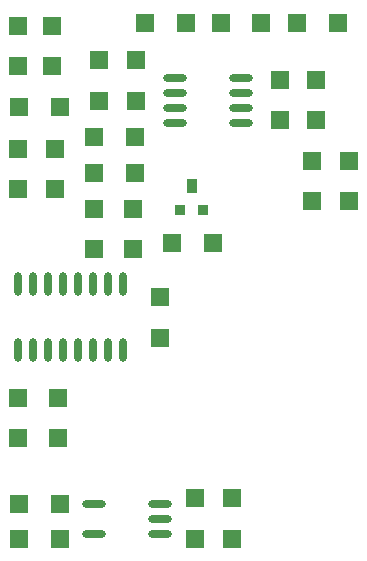
<source format=gbr>
%FSTAX23Y23*%
%MOIN*%
%SFA1B1*%

%IPPOS*%
%ADD10R,0.036000X0.050000*%
%ADD11R,0.036000X0.036000*%
%ADD12O,0.080000X0.024000*%
%ADD13O,0.024000X0.080000*%
%ADD14R,0.060000X0.060000*%
%ADD15R,0.060000X0.060000*%
%LN+-10v_stepdir_colorlight_paste_top-1*%
%LPD*%
G54D10*
X01035Y01594D03*
G54D11*
X01072Y01514D03*
X00997D03*
G54D12*
X0093Y00534D03*
Y00484D03*
Y00434D03*
X0071D03*
Y00534D03*
X0098Y01954D03*
Y01904D03*
Y01854D03*
Y01804D03*
X012D03*
Y01854D03*
Y01904D03*
Y01954D03*
G54D13*
X00805Y01269D03*
X00755D03*
X00705D03*
X00655D03*
X00605D03*
X00555D03*
X00505D03*
X00455D03*
Y01049D03*
X00505D03*
X00555D03*
X00605D03*
X00655D03*
X00705D03*
X00755D03*
X00805D03*
G54D14*
X00595Y00419D03*
X0046D03*
X01132Y02139D03*
X01267D03*
X01522D03*
X01387D03*
X01015D03*
X0088D03*
X00595Y01859D03*
X0046D03*
X0071Y01639D03*
X00845D03*
X0071Y01759D03*
X00845D03*
X0046Y00534D03*
X00595D03*
X01105Y01404D03*
X0097D03*
G54D15*
X00455Y02129D03*
Y01994D03*
X0057Y02129D03*
Y01994D03*
X00725Y01879D03*
Y02014D03*
X0133Y01814D03*
Y01949D03*
X0145D03*
Y01814D03*
X0071Y01384D03*
Y01519D03*
X0058Y01584D03*
Y01719D03*
X0059Y00754D03*
Y00889D03*
X0085Y01879D03*
Y02014D03*
X0156Y01679D03*
Y01544D03*
X01435D03*
Y01679D03*
X0084Y01384D03*
Y01519D03*
X00455Y01584D03*
Y01719D03*
Y00754D03*
Y00889D03*
X0117Y00419D03*
Y00554D03*
X0093Y01224D03*
Y01089D03*
X01045Y00554D03*
Y00419D03*
M02*
</source>
